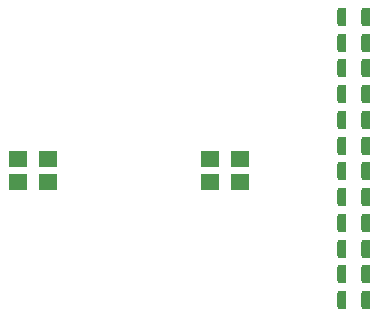
<source format=gbp>
G04*
G04 #@! TF.GenerationSoftware,Altium Limited,Altium Designer,19.1.8 (144)*
G04*
G04 Layer_Color=128*
%FSLAX44Y44*%
%MOMM*%
G71*
G01*
G75*
%ADD16R,1.5240X1.3208*%
G04:AMPARAMS|DCode=34|XSize=0.762mm|YSize=1.524mm|CornerRadius=0.1905mm|HoleSize=0mm|Usage=FLASHONLY|Rotation=180.000|XOffset=0mm|YOffset=0mm|HoleType=Round|Shape=RoundedRectangle|*
%AMROUNDEDRECTD34*
21,1,0.7620,1.1430,0,0,180.0*
21,1,0.3810,1.5240,0,0,180.0*
1,1,0.3810,-0.1905,0.5715*
1,1,0.3810,0.1905,0.5715*
1,1,0.3810,0.1905,-0.5715*
1,1,0.3810,-0.1905,-0.5715*
%
%ADD34ROUNDEDRECTD34*%
D16*
X211243Y-3150D02*
D03*
Y16002D02*
D03*
X236220Y-3150D02*
D03*
Y16002D02*
D03*
X48514D02*
D03*
Y-3150D02*
D03*
X73491Y16002D02*
D03*
Y-3150D02*
D03*
D34*
X343408Y92802D02*
D03*
X323088D02*
D03*
X343408Y114600D02*
D03*
X323088D02*
D03*
X343408Y136398D02*
D03*
X323088D02*
D03*
X343408Y27409D02*
D03*
X323088D02*
D03*
X343408Y49207D02*
D03*
X323088D02*
D03*
X343408Y71004D02*
D03*
X323088D02*
D03*
X343408Y-37985D02*
D03*
X323088D02*
D03*
X343408Y-16187D02*
D03*
X323088D02*
D03*
X343408Y5611D02*
D03*
X323088D02*
D03*
X343408Y-103378D02*
D03*
X323088D02*
D03*
X343408Y-81580D02*
D03*
X323088D02*
D03*
X343408Y-59782D02*
D03*
X323088D02*
D03*
M02*

</source>
